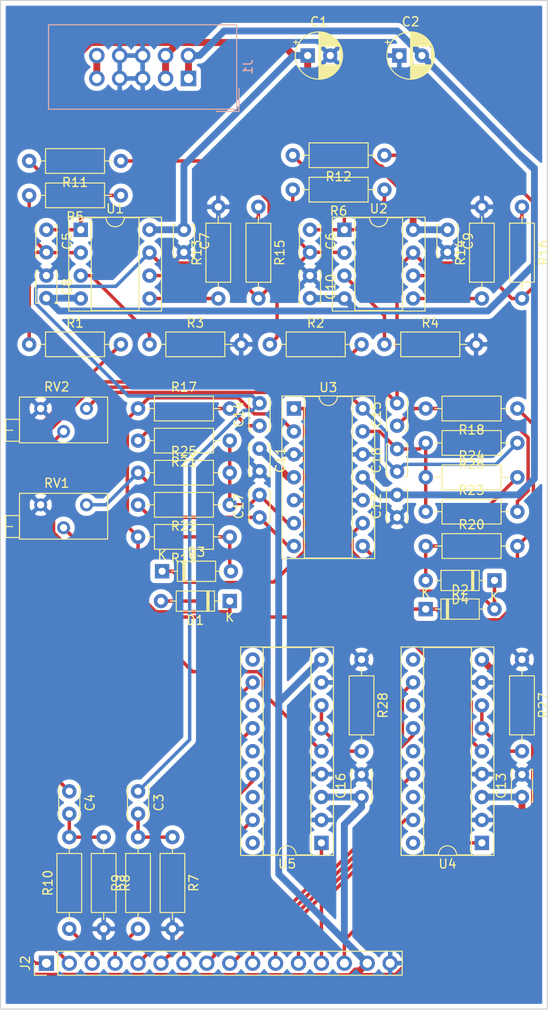
<source format=kicad_pcb>
(kicad_pcb (version 20171130) (host pcbnew 5.1.5-52549c5~84~ubuntu19.04.1)
  (layers (0 F.Cu signal) (31 B.Cu signal) (34 B.Paste user) (35 F.Paste user) (36 B.SilkS user) (37 F.SilkS user) (38 B.Mask user) (39 F.Mask user) (44 Edge.Cuts user))
  (net 0 "")
  (net 1 GND)
  (net 2 +15V)
  (net 3 -15V)
  (net 4 "Net-(C3-Pad2)")
  (net 5 /LEFT_OUT)
  (net 6 "Net-(C4-Pad2)")
  (net 7 /RIGHT_OUT)
  (net 8 "Net-(C5-Pad2)")
  (net 9 "Net-(C5-Pad1)")
  (net 10 "Net-(C6-Pad2)")
  (net 11 "Net-(C6-Pad1)")
  (net 12 "Net-(C14-Pad1)")
  (net 13 "Net-(C15-Pad1)")
  (net 14 "Net-(C17-Pad2)")
  (net 15 "Net-(C17-Pad1)")
  (net 16 "Net-(C18-Pad2)")
  (net 17 "Net-(C18-Pad1)")
  (net 18 "Net-(D1-Pad2)")
  (net 19 "Net-(D1-Pad1)")
  (net 20 "Net-(D2-Pad2)")
  (net 21 "Net-(D2-Pad1)")
  (net 22 "Net-(D3-Pad2)")
  (net 23 "Net-(D4-Pad2)")
  (net 24 +5V)
  (net 25 /LED_L_1)
  (net 26 /LED_L_2)
  (net 27 /LED_L_3)
  (net 28 /LED_L_4)
  (net 29 /LED_L_5)
  (net 30 /LED_R_1)
  (net 31 /LED_R_2)
  (net 32 /LED_R_3)
  (net 33 /LED_R_4)
  (net 34 /LED_R_5)
  (net 35 /STEREO_L)
  (net 36 /STEREO_R)
  (net 37 /LEFT)
  (net 38 /RIGHT)
  (net 39 "Net-(R3-Pad1)")
  (net 40 "Net-(R4-Pad1)")
  (net 41 "Net-(R11-Pad1)")
  (net 42 "Net-(R12-Pad1)")
  (net 43 "Net-(R13-Pad1)")
  (net 44 "Net-(R14-Pad1)")
  (net 45 "Net-(R27-Pad2)")
  (net 46 "Net-(R28-Pad2)")
  (net 47 "Net-(RV1-Pad2)")
  (net 48 "Net-(RV2-Pad2)")
  (net 49 "Net-(U4-Pad18)")
  (net 50 "Net-(U4-Pad16)")
  (net 51 "Net-(U4-Pad14)")
  (net 52 "Net-(U4-Pad12)")
  (net 53 "Net-(U4-Pad10)")
  (net 54 "Net-(U5-Pad18)")
  (net 55 "Net-(U5-Pad16)")
  (net 56 "Net-(U5-Pad14)")
  (net 57 "Net-(U5-Pad12)")
  (net 58 "Net-(U5-Pad10)")
  (module Package_DIP:DIP-18_W7.62mm_Socket (layer F.Cu) (at 60.96 118.745 180)
    (fp_text reference U5 (at 3.81 -2.33) (layer F.SilkS))
    (fp_text value lm3916)
    (pad 18 thru_hole oval (at 7.62 0 180) (size 1.6 1.6) (drill 0.8) (layers *.Cu *.Mask) (net 54 "Net-(U5-Pad18)"))
    (pad 9 thru_hole oval (at 0 20.32 180) (size 1.6 1.6) (drill 0.8) (layers *.Cu *.Mask) (net 2 +15V))
    (pad 17 thru_hole oval (at 7.62 2.54 180) (size 1.6 1.6) (drill 0.8) (layers *.Cu *.Mask) (net 31 /LED_R_2))
    (pad 8 thru_hole oval (at 0 17.78 180) (size 1.6 1.6) (drill 0.8) (layers *.Cu *.Mask) (net 1 GND))
    (pad 16 thru_hole oval (at 7.62 5.08 180) (size 1.6 1.6) (drill 0.8) (layers *.Cu *.Mask) (net 55 "Net-(U5-Pad16)"))
    (pad 7 thru_hole oval (at 0 15.24 180) (size 1.6 1.6) (drill 0.8) (layers *.Cu *.Mask) (net 46 "Net-(R28-Pad2)"))
    (pad 15 thru_hole oval (at 7.62 7.62 180) (size 1.6 1.6) (drill 0.8) (layers *.Cu *.Mask) (net 32 /LED_R_3))
    (pad 6 thru_hole oval (at 0 12.7 180) (size 1.6 1.6) (drill 0.8) (layers *.Cu *.Mask) (net 46 "Net-(R28-Pad2)"))
    (pad 14 thru_hole oval (at 7.62 10.16 180) (size 1.6 1.6) (drill 0.8) (layers *.Cu *.Mask) (net 56 "Net-(U5-Pad14)"))
    (pad 5 thru_hole oval (at 0 10.16 180) (size 1.6 1.6) (drill 0.8) (layers *.Cu *.Mask) (net 48 "Net-(RV2-Pad2)"))
    (pad 13 thru_hole oval (at 7.62 12.7 180) (size 1.6 1.6) (drill 0.8) (layers *.Cu *.Mask) (net 33 /LED_R_4))
    (pad 4 thru_hole oval (at 0 7.62 180) (size 1.6 1.6) (drill 0.8) (layers *.Cu *.Mask) (net 1 GND))
    (pad 12 thru_hole oval (at 7.62 15.24 180) (size 1.6 1.6) (drill 0.8) (layers *.Cu *.Mask) (net 57 "Net-(U5-Pad12)"))
    (pad 3 thru_hole oval (at 0 5.08 180) (size 1.6 1.6) (drill 0.8) (layers *.Cu *.Mask) (net 2 +15V))
    (pad 11 thru_hole oval (at 7.62 17.78 180) (size 1.6 1.6) (drill 0.8) (layers *.Cu *.Mask) (net 34 /LED_R_5))
    (pad 2 thru_hole oval (at 0 2.54 180) (size 1.6 1.6) (drill 0.8) (layers *.Cu *.Mask) (net 1 GND))
    (pad 10 thru_hole oval (at 7.62 20.32 180) (size 1.6 1.6) (drill 0.8) (layers *.Cu *.Mask) (net 58 "Net-(U5-Pad10)"))
    (pad 1 thru_hole rect (at 0 0 180) (size 1.6 1.6) (drill 0.8) (layers *.Cu *.Mask) (net 30 /LED_R_1))
  )
  (module Package_DIP:DIP-18_W7.62mm_Socket (layer F.Cu) (at 78.74 118.745 180)
    (fp_text reference U4 (at 3.81 -2.33) (layer F.SilkS))
    (fp_text value lm3916)
    (pad 18 thru_hole oval (at 7.62 0 180) (size 1.6 1.6) (drill 0.8) (layers *.Cu *.Mask) (net 49 "Net-(U4-Pad18)"))
    (pad 9 thru_hole oval (at 0 20.32 180) (size 1.6 1.6) (drill 0.8) (layers *.Cu *.Mask) (net 2 +15V))
    (pad 17 thru_hole oval (at 7.62 2.54 180) (size 1.6 1.6) (drill 0.8) (layers *.Cu *.Mask) (net 26 /LED_L_2))
    (pad 8 thru_hole oval (at 0 17.78 180) (size 1.6 1.6) (drill 0.8) (layers *.Cu *.Mask) (net 1 GND))
    (pad 16 thru_hole oval (at 7.62 5.08 180) (size 1.6 1.6) (drill 0.8) (layers *.Cu *.Mask) (net 50 "Net-(U4-Pad16)"))
    (pad 7 thru_hole oval (at 0 15.24 180) (size 1.6 1.6) (drill 0.8) (layers *.Cu *.Mask) (net 45 "Net-(R27-Pad2)"))
    (pad 15 thru_hole oval (at 7.62 7.62 180) (size 1.6 1.6) (drill 0.8) (layers *.Cu *.Mask) (net 27 /LED_L_3))
    (pad 6 thru_hole oval (at 0 12.7 180) (size 1.6 1.6) (drill 0.8) (layers *.Cu *.Mask) (net 45 "Net-(R27-Pad2)"))
    (pad 14 thru_hole oval (at 7.62 10.16 180) (size 1.6 1.6) (drill 0.8) (layers *.Cu *.Mask) (net 51 "Net-(U4-Pad14)"))
    (pad 5 thru_hole oval (at 0 10.16 180) (size 1.6 1.6) (drill 0.8) (layers *.Cu *.Mask) (net 47 "Net-(RV1-Pad2)"))
    (pad 13 thru_hole oval (at 7.62 12.7 180) (size 1.6 1.6) (drill 0.8) (layers *.Cu *.Mask) (net 28 /LED_L_4))
    (pad 4 thru_hole oval (at 0 7.62 180) (size 1.6 1.6) (drill 0.8) (layers *.Cu *.Mask) (net 1 GND))
    (pad 12 thru_hole oval (at 7.62 15.24 180) (size 1.6 1.6) (drill 0.8) (layers *.Cu *.Mask) (net 52 "Net-(U4-Pad12)"))
    (pad 3 thru_hole oval (at 0 5.08 180) (size 1.6 1.6) (drill 0.8) (layers *.Cu *.Mask) (net 2 +15V))
    (pad 11 thru_hole oval (at 7.62 17.78 180) (size 1.6 1.6) (drill 0.8) (layers *.Cu *.Mask) (net 29 /LED_L_5))
    (pad 2 thru_hole oval (at 0 2.54 180) (size 1.6 1.6) (drill 0.8) (layers *.Cu *.Mask) (net 1 GND))
    (pad 10 thru_hole oval (at 7.62 20.32 180) (size 1.6 1.6) (drill 0.8) (layers *.Cu *.Mask) (net 53 "Net-(U4-Pad10)"))
    (pad 1 thru_hole rect (at 0 0 180) (size 1.6 1.6) (drill 0.8) (layers *.Cu *.Mask) (net 25 /LED_L_1))
  )
  (module Package_DIP:DIP-14_W7.62mm_Socket (layer F.Cu) (at 57.912 70.612)
    (fp_text reference U3 (at 3.81 -2.33) (layer F.SilkS))
    (fp_text value TL074)
    (pad 14 thru_hole oval (at 7.62 0) (size 1.6 1.6) (drill 0.8) (layers *.Cu *.Mask) (net 17 "Net-(C18-Pad1)"))
    (pad 7 thru_hole oval (at 0 15.24) (size 1.6 1.6) (drill 0.8) (layers *.Cu *.Mask) (net 15 "Net-(C17-Pad1)"))
    (pad 13 thru_hole oval (at 7.62 2.54) (size 1.6 1.6) (drill 0.8) (layers *.Cu *.Mask) (net 16 "Net-(C18-Pad2)"))
    (pad 6 thru_hole oval (at 0 12.7) (size 1.6 1.6) (drill 0.8) (layers *.Cu *.Mask) (net 14 "Net-(C17-Pad2)"))
    (pad 12 thru_hole oval (at 7.62 5.08) (size 1.6 1.6) (drill 0.8) (layers *.Cu *.Mask) (net 1 GND))
    (pad 5 thru_hole oval (at 0 10.16) (size 1.6 1.6) (drill 0.8) (layers *.Cu *.Mask) (net 1 GND))
    (pad 11 thru_hole oval (at 7.62 7.62) (size 1.6 1.6) (drill 0.8) (layers *.Cu *.Mask) (net 3 -15V))
    (pad 4 thru_hole oval (at 0 7.62) (size 1.6 1.6) (drill 0.8) (layers *.Cu *.Mask) (net 2 +15V))
    (pad 10 thru_hole oval (at 7.62 10.16) (size 1.6 1.6) (drill 0.8) (layers *.Cu *.Mask) (net 1 GND))
    (pad 3 thru_hole oval (at 0 5.08) (size 1.6 1.6) (drill 0.8) (layers *.Cu *.Mask) (net 1 GND))
    (pad 9 thru_hole oval (at 7.62 12.7) (size 1.6 1.6) (drill 0.8) (layers *.Cu *.Mask) (net 21 "Net-(D2-Pad1)"))
    (pad 2 thru_hole oval (at 0 2.54) (size 1.6 1.6) (drill 0.8) (layers *.Cu *.Mask) (net 19 "Net-(D1-Pad1)"))
    (pad 8 thru_hole oval (at 7.62 15.24) (size 1.6 1.6) (drill 0.8) (layers *.Cu *.Mask) (net 20 "Net-(D2-Pad2)"))
    (pad 1 thru_hole rect (at 0 0) (size 1.6 1.6) (drill 0.8) (layers *.Cu *.Mask) (net 18 "Net-(D1-Pad2)"))
  )
  (module Package_DIP:DIP-8_W7.62mm_Socket (layer F.Cu) (at 63.5 50.8)
    (fp_text reference U2 (at 3.81 -2.33) (layer F.SilkS))
    (fp_text value NE5532)
    (pad 8 thru_hole oval (at 7.62 0) (size 1.6 1.6) (drill 0.8) (layers *.Cu *.Mask) (net 2 +15V))
    (pad 4 thru_hole oval (at 0 7.62) (size 1.6 1.6) (drill 0.8) (layers *.Cu *.Mask) (net 3 -15V))
    (pad 7 thru_hole oval (at 7.62 2.54) (size 1.6 1.6) (drill 0.8) (layers *.Cu *.Mask) (net 7 /RIGHT_OUT))
    (pad 3 thru_hole oval (at 0 5.08) (size 1.6 1.6) (drill 0.8) (layers *.Cu *.Mask) (net 40 "Net-(R4-Pad1)"))
    (pad 6 thru_hole oval (at 7.62 5.08) (size 1.6 1.6) (drill 0.8) (layers *.Cu *.Mask) (net 42 "Net-(R12-Pad1)"))
    (pad 2 thru_hole oval (at 0 2.54) (size 1.6 1.6) (drill 0.8) (layers *.Cu *.Mask) (net 10 "Net-(C6-Pad2)"))
    (pad 5 thru_hole oval (at 7.62 7.62) (size 1.6 1.6) (drill 0.8) (layers *.Cu *.Mask) (net 44 "Net-(R14-Pad1)"))
    (pad 1 thru_hole rect (at 0 0) (size 1.6 1.6) (drill 0.8) (layers *.Cu *.Mask) (net 11 "Net-(C6-Pad1)"))
  )
  (module Package_DIP:DIP-8_W7.62mm_Socket (layer F.Cu) (at 34.29 50.8)
    (fp_text reference U1 (at 3.81 -2.33) (layer F.SilkS))
    (fp_text value NE5532)
    (pad 8 thru_hole oval (at 7.62 0) (size 1.6 1.6) (drill 0.8) (layers *.Cu *.Mask) (net 2 +15V))
    (pad 4 thru_hole oval (at 0 7.62) (size 1.6 1.6) (drill 0.8) (layers *.Cu *.Mask) (net 3 -15V))
    (pad 7 thru_hole oval (at 7.62 2.54) (size 1.6 1.6) (drill 0.8) (layers *.Cu *.Mask) (net 5 /LEFT_OUT))
    (pad 3 thru_hole oval (at 0 5.08) (size 1.6 1.6) (drill 0.8) (layers *.Cu *.Mask) (net 39 "Net-(R3-Pad1)"))
    (pad 6 thru_hole oval (at 7.62 5.08) (size 1.6 1.6) (drill 0.8) (layers *.Cu *.Mask) (net 41 "Net-(R11-Pad1)"))
    (pad 2 thru_hole oval (at 0 2.54) (size 1.6 1.6) (drill 0.8) (layers *.Cu *.Mask) (net 8 "Net-(C5-Pad2)"))
    (pad 5 thru_hole oval (at 7.62 7.62) (size 1.6 1.6) (drill 0.8) (layers *.Cu *.Mask) (net 43 "Net-(R13-Pad1)"))
    (pad 1 thru_hole rect (at 0 0) (size 1.6 1.6) (drill 0.8) (layers *.Cu *.Mask) (net 9 "Net-(C5-Pad1)"))
  )
  (module Potentiometer_THT:Potentiometer_Bourns_3296Z_Horizontal (layer F.Cu) (at 34.925 70.612)
    (fp_text reference RV2 (at -3.3 -2.4) (layer F.SilkS))
    (fp_text value R_POT_TRIM)
    (pad 3 thru_hole circle (at -5.08 0) (size 1.44 1.44) (drill 0.8) (layers *.Cu *.Mask) (net 1 GND))
    (pad 2 thru_hole circle (at -2.54 2.54) (size 1.44 1.44) (drill 0.8) (layers *.Cu *.Mask) (net 48 "Net-(RV2-Pad2)"))
    (pad 1 thru_hole circle (at 0 0) (size 1.44 1.44) (drill 0.8) (layers *.Cu *.Mask) (net 17 "Net-(C18-Pad1)"))
  )
  (module Potentiometer_THT:Potentiometer_Bourns_3296Z_Horizontal (layer F.Cu) (at 34.925 81.28)
    (fp_text reference RV1 (at -3.3 -2.4) (layer F.SilkS))
    (fp_text value R_POT_TRIM)
    (pad 3 thru_hole circle (at -5.08 0) (size 1.44 1.44) (drill 0.8) (layers *.Cu *.Mask) (net 1 GND))
    (pad 2 thru_hole circle (at -2.54 2.54) (size 1.44 1.44) (drill 0.8) (layers *.Cu *.Mask) (net 47 "Net-(RV1-Pad2)"))
    (pad 1 thru_hole circle (at 0 0) (size 1.44 1.44) (drill 0.8) (layers *.Cu *.Mask) (net 15 "Net-(C17-Pad1)"))
  )
  (module Resistor_THT:R_Axial_DIN0207_L6.3mm_D2.5mm_P10.16mm_Horizontal (layer F.Cu) (at 65.405 98.425 270)
    (fp_text reference R28 (at 5.08 -2.37 90) (layer F.SilkS))
    (fp_text value 3k3)
    (pad 2 thru_hole oval (at 10.16 0 270) (size 1.6 1.6) (drill 0.8) (layers *.Cu *.Mask) (net 46 "Net-(R28-Pad2)"))
    (pad 1 thru_hole circle (at 0 0 270) (size 1.6 1.6) (drill 0.8) (layers *.Cu *.Mask) (net 1 GND))
  )
  (module Resistor_THT:R_Axial_DIN0207_L6.3mm_D2.5mm_P10.16mm_Horizontal (layer F.Cu) (at 83.185 98.425 270)
    (fp_text reference R27 (at 5.08 -2.37 90) (layer F.SilkS))
    (fp_text value 3k3)
    (pad 2 thru_hole oval (at 10.16 0 270) (size 1.6 1.6) (drill 0.8) (layers *.Cu *.Mask) (net 45 "Net-(R27-Pad2)"))
    (pad 1 thru_hole circle (at 0 0 270) (size 1.6 1.6) (drill 0.8) (layers *.Cu *.Mask) (net 1 GND))
  )
  (module Resistor_THT:R_Axial_DIN0207_L6.3mm_D2.5mm_P10.16mm_Horizontal (layer F.Cu) (at 82.677 74.422 180)
    (fp_text reference R26 (at 5.08 -2.37) (layer F.SilkS))
    (fp_text value 100k)
    (pad 2 thru_hole oval (at 10.16 0 180) (size 1.6 1.6) (drill 0.8) (layers *.Cu *.Mask) (net 16 "Net-(C18-Pad2)"))
    (pad 1 thru_hole circle (at 0 0 180) (size 1.6 1.6) (drill 0.8) (layers *.Cu *.Mask) (net 17 "Net-(C18-Pad1)"))
  )
  (module Resistor_THT:R_Axial_DIN0207_L6.3mm_D2.5mm_P10.16mm_Horizontal (layer F.Cu) (at 40.64 77.724)
    (fp_text reference R25 (at 5.08 -2.37) (layer F.SilkS))
    (fp_text value 100k)
    (pad 2 thru_hole oval (at 10.16 0) (size 1.6 1.6) (drill 0.8) (layers *.Cu *.Mask) (net 14 "Net-(C17-Pad2)"))
    (pad 1 thru_hole circle (at 0 0) (size 1.6 1.6) (drill 0.8) (layers *.Cu *.Mask) (net 15 "Net-(C17-Pad1)"))
  )
  (module Resistor_THT:R_Axial_DIN0207_L6.3mm_D2.5mm_P10.16mm_Horizontal (layer F.Cu) (at 72.517 78.232)
    (fp_text reference R24 (at 5.08 -2.37) (layer F.SilkS))
    (fp_text value 47k)
    (pad 2 thru_hole oval (at 10.16 0) (size 1.6 1.6) (drill 0.8) (layers *.Cu *.Mask) (net 23 "Net-(D4-Pad2)"))
    (pad 1 thru_hole circle (at 0 0) (size 1.6 1.6) (drill 0.8) (layers *.Cu *.Mask) (net 16 "Net-(C18-Pad2)"))
  )
  (module Resistor_THT:R_Axial_DIN0207_L6.3mm_D2.5mm_P10.16mm_Horizontal (layer F.Cu) (at 72.517 82.042)
    (fp_text reference R23 (at 5.08 -2.37) (layer F.SilkS))
    (fp_text value 100k)
    (pad 2 thru_hole oval (at 10.16 0) (size 1.6 1.6) (drill 0.8) (layers *.Cu *.Mask) (net 13 "Net-(C15-Pad1)"))
    (pad 1 thru_hole circle (at 0 0) (size 1.6 1.6) (drill 0.8) (layers *.Cu *.Mask) (net 16 "Net-(C18-Pad2)"))
  )
  (module Resistor_THT:R_Axial_DIN0207_L6.3mm_D2.5mm_P10.16mm_Horizontal (layer F.Cu) (at 50.8 81.28 180)
    (fp_text reference R22 (at 5.08 -2.37) (layer F.SilkS))
    (fp_text value 47k)
    (pad 2 thru_hole oval (at 10.16 0 180) (size 1.6 1.6) (drill 0.8) (layers *.Cu *.Mask) (net 22 "Net-(D3-Pad2)"))
    (pad 1 thru_hole circle (at 0 0 180) (size 1.6 1.6) (drill 0.8) (layers *.Cu *.Mask) (net 14 "Net-(C17-Pad2)"))
  )
  (module Resistor_THT:R_Axial_DIN0207_L6.3mm_D2.5mm_P10.16mm_Horizontal (layer F.Cu) (at 50.8 74.168 180)
    (fp_text reference R21 (at 5.08 -2.37) (layer F.SilkS))
    (fp_text value 100k)
    (pad 2 thru_hole oval (at 10.16 0 180) (size 1.6 1.6) (drill 0.8) (layers *.Cu *.Mask) (net 12 "Net-(C14-Pad1)"))
    (pad 1 thru_hole circle (at 0 0 180) (size 1.6 1.6) (drill 0.8) (layers *.Cu *.Mask) (net 14 "Net-(C17-Pad2)"))
  )
  (module Resistor_THT:R_Axial_DIN0207_L6.3mm_D2.5mm_P10.16mm_Horizontal (layer F.Cu) (at 72.517 85.852)
    (fp_text reference R20 (at 5.08 -2.37) (layer F.SilkS))
    (fp_text value 47k)
    (pad 2 thru_hole oval (at 10.16 0) (size 1.6 1.6) (drill 0.8) (layers *.Cu *.Mask) (net 21 "Net-(D2-Pad1)"))
    (pad 1 thru_hole circle (at 0 0) (size 1.6 1.6) (drill 0.8) (layers *.Cu *.Mask) (net 23 "Net-(D4-Pad2)"))
  )
  (module Resistor_THT:R_Axial_DIN0207_L6.3mm_D2.5mm_P10.16mm_Horizontal (layer F.Cu) (at 50.8 84.836 180)
    (fp_text reference R19 (at 5.08 -2.37) (layer F.SilkS))
    (fp_text value 47k)
    (pad 2 thru_hole oval (at 10.16 0 180) (size 1.6 1.6) (drill 0.8) (layers *.Cu *.Mask) (net 19 "Net-(D1-Pad1)"))
    (pad 1 thru_hole circle (at 0 0 180) (size 1.6 1.6) (drill 0.8) (layers *.Cu *.Mask) (net 22 "Net-(D3-Pad2)"))
  )
  (module Resistor_THT:R_Axial_DIN0207_L6.3mm_D2.5mm_P10.16mm_Horizontal (layer F.Cu) (at 82.677 70.612 180)
    (fp_text reference R18 (at 5.08 -2.37) (layer F.SilkS))
    (fp_text value 47k)
    (pad 2 thru_hole oval (at 10.16 0 180) (size 1.6 1.6) (drill 0.8) (layers *.Cu *.Mask) (net 13 "Net-(C15-Pad1)"))
    (pad 1 thru_hole circle (at 0 0 180) (size 1.6 1.6) (drill 0.8) (layers *.Cu *.Mask) (net 21 "Net-(D2-Pad1)"))
  )
  (module Resistor_THT:R_Axial_DIN0207_L6.3mm_D2.5mm_P10.16mm_Horizontal (layer F.Cu) (at 40.64 70.612)
    (fp_text reference R17 (at 5.08 -2.37) (layer F.SilkS))
    (fp_text value 47k)
    (pad 2 thru_hole oval (at 10.16 0) (size 1.6 1.6) (drill 0.8) (layers *.Cu *.Mask) (net 12 "Net-(C14-Pad1)"))
    (pad 1 thru_hole circle (at 0 0) (size 1.6 1.6) (drill 0.8) (layers *.Cu *.Mask) (net 19 "Net-(D1-Pad1)"))
  )
  (module Resistor_THT:R_Axial_DIN0207_L6.3mm_D2.5mm_P10.16mm_Horizontal (layer F.Cu) (at 83.185 48.26 270)
    (fp_text reference R16 (at 5.08 -2.37 90) (layer F.SilkS))
    (fp_text value 100k)
    (pad 2 thru_hole oval (at 10.16 0 270) (size 1.6 1.6) (drill 0.8) (layers *.Cu *.Mask) (net 42 "Net-(R12-Pad1)"))
    (pad 1 thru_hole circle (at 0 0 270) (size 1.6 1.6) (drill 0.8) (layers *.Cu *.Mask) (net 7 /RIGHT_OUT))
  )
  (module Resistor_THT:R_Axial_DIN0207_L6.3mm_D2.5mm_P10.16mm_Horizontal (layer F.Cu) (at 53.975 48.26 270)
    (fp_text reference R15 (at 5.08 -2.37 90) (layer F.SilkS))
    (fp_text value 100k)
    (pad 2 thru_hole oval (at 10.16 0 270) (size 1.6 1.6) (drill 0.8) (layers *.Cu *.Mask) (net 41 "Net-(R11-Pad1)"))
    (pad 1 thru_hole circle (at 0 0 270) (size 1.6 1.6) (drill 0.8) (layers *.Cu *.Mask) (net 5 /LEFT_OUT))
  )
  (module Resistor_THT:R_Axial_DIN0207_L6.3mm_D2.5mm_P10.16mm_Horizontal (layer F.Cu) (at 78.74 58.42 90)
    (fp_text reference R14 (at 5.08 -2.37 90) (layer F.SilkS))
    (fp_text value 5k)
    (pad 2 thru_hole oval (at 10.16 0 90) (size 1.6 1.6) (drill 0.8) (layers *.Cu *.Mask) (net 1 GND))
    (pad 1 thru_hole circle (at 0 0 90) (size 1.6 1.6) (drill 0.8) (layers *.Cu *.Mask) (net 44 "Net-(R14-Pad1)"))
  )
  (module Resistor_THT:R_Axial_DIN0207_L6.3mm_D2.5mm_P10.16mm_Horizontal (layer F.Cu) (at 49.53 58.42 90)
    (fp_text reference R13 (at 5.08 -2.37 90) (layer F.SilkS))
    (fp_text value 5k)
    (pad 2 thru_hole oval (at 10.16 0 90) (size 1.6 1.6) (drill 0.8) (layers *.Cu *.Mask) (net 1 GND))
    (pad 1 thru_hole circle (at 0 0 90) (size 1.6 1.6) (drill 0.8) (layers *.Cu *.Mask) (net 43 "Net-(R13-Pad1)"))
  )
  (module Resistor_THT:R_Axial_DIN0207_L6.3mm_D2.5mm_P10.16mm_Horizontal (layer F.Cu) (at 67.945 42.545 180)
    (fp_text reference R12 (at 5.08 -2.37) (layer F.SilkS))
    (fp_text value 100k)
    (pad 2 thru_hole oval (at 10.16 0 180) (size 1.6 1.6) (drill 0.8) (layers *.Cu *.Mask) (net 11 "Net-(C6-Pad1)"))
    (pad 1 thru_hole circle (at 0 0 180) (size 1.6 1.6) (drill 0.8) (layers *.Cu *.Mask) (net 42 "Net-(R12-Pad1)"))
  )
  (module Resistor_THT:R_Axial_DIN0207_L6.3mm_D2.5mm_P10.16mm_Horizontal (layer F.Cu) (at 38.735 43.18 180)
    (fp_text reference R11 (at 5.08 -2.37) (layer F.SilkS))
    (fp_text value 100k)
    (pad 2 thru_hole oval (at 10.16 0 180) (size 1.6 1.6) (drill 0.8) (layers *.Cu *.Mask) (net 9 "Net-(C5-Pad1)"))
    (pad 1 thru_hole circle (at 0 0 180) (size 1.6 1.6) (drill 0.8) (layers *.Cu *.Mask) (net 41 "Net-(R11-Pad1)"))
  )
  (module Resistor_THT:R_Axial_DIN0207_L6.3mm_D2.5mm_P10.16mm_Horizontal (layer F.Cu) (at 33.02 128.27 90)
    (fp_text reference R10 (at 5.08 -2.37 90) (layer F.SilkS))
    (fp_text value 1k)
    (pad 2 thru_hole oval (at 10.16 0 90) (size 1.6 1.6) (drill 0.8) (layers *.Cu *.Mask) (net 6 "Net-(C4-Pad2)"))
    (pad 1 thru_hole circle (at 0 0 90) (size 1.6 1.6) (drill 0.8) (layers *.Cu *.Mask) (net 36 /STEREO_R))
  )
  (module Resistor_THT:R_Axial_DIN0207_L6.3mm_D2.5mm_P10.16mm_Horizontal (layer F.Cu) (at 40.64 128.27 90)
    (fp_text reference R9 (at 5.08 -2.37 90) (layer F.SilkS))
    (fp_text value 1k)
    (pad 2 thru_hole oval (at 10.16 0 90) (size 1.6 1.6) (drill 0.8) (layers *.Cu *.Mask) (net 4 "Net-(C3-Pad2)"))
    (pad 1 thru_hole circle (at 0 0 90) (size 1.6 1.6) (drill 0.8) (layers *.Cu *.Mask) (net 35 /STEREO_L))
  )
  (module Resistor_THT:R_Axial_DIN0207_L6.3mm_D2.5mm_P10.16mm_Horizontal (layer F.Cu) (at 36.83 118.11 270)
    (fp_text reference R8 (at 5.08 -2.37 90) (layer F.SilkS))
    (fp_text value 5k)
    (pad 2 thru_hole oval (at 10.16 0 270) (size 1.6 1.6) (drill 0.8) (layers *.Cu *.Mask) (net 1 GND))
    (pad 1 thru_hole circle (at 0 0 270) (size 1.6 1.6) (drill 0.8) (layers *.Cu *.Mask) (net 6 "Net-(C4-Pad2)"))
  )
  (module Resistor_THT:R_Axial_DIN0207_L6.3mm_D2.5mm_P10.16mm_Horizontal (layer F.Cu) (at 44.45 118.11 270)
    (fp_text reference R7 (at 5.08 -2.37 90) (layer F.SilkS))
    (fp_text value 5k)
    (pad 2 thru_hole oval (at 10.16 0 270) (size 1.6 1.6) (drill 0.8) (layers *.Cu *.Mask) (net 1 GND))
    (pad 1 thru_hole circle (at 0 0 270) (size 1.6 1.6) (drill 0.8) (layers *.Cu *.Mask) (net 4 "Net-(C3-Pad2)"))
  )
  (module Resistor_THT:R_Axial_DIN0207_L6.3mm_D2.5mm_P10.16mm_Horizontal (layer F.Cu) (at 67.945 46.355 180)
    (fp_text reference R6 (at 5.08 -2.37) (layer F.SilkS))
    (fp_text value 10k)
    (pad 2 thru_hole oval (at 10.16 0 180) (size 1.6 1.6) (drill 0.8) (layers *.Cu *.Mask) (net 10 "Net-(C6-Pad2)"))
    (pad 1 thru_hole circle (at 0 0 180) (size 1.6 1.6) (drill 0.8) (layers *.Cu *.Mask) (net 11 "Net-(C6-Pad1)"))
  )
  (module Resistor_THT:R_Axial_DIN0207_L6.3mm_D2.5mm_P10.16mm_Horizontal (layer F.Cu) (at 38.735 46.99 180)
    (fp_text reference R5 (at 5.08 -2.37) (layer F.SilkS))
    (fp_text value 10k)
    (pad 2 thru_hole oval (at 10.16 0 180) (size 1.6 1.6) (drill 0.8) (layers *.Cu *.Mask) (net 8 "Net-(C5-Pad2)"))
    (pad 1 thru_hole circle (at 0 0 180) (size 1.6 1.6) (drill 0.8) (layers *.Cu *.Mask) (net 9 "Net-(C5-Pad1)"))
  )
  (module Resistor_THT:R_Axial_DIN0207_L6.3mm_D2.5mm_P10.16mm_Horizontal (layer F.Cu) (at 67.945 63.5)
    (fp_text reference R4 (at 5.08 -2.37) (layer F.SilkS))
    (fp_text value 5k)
    (pad 2 thru_hole oval (at 10.16 0) (size 1.6 1.6) (drill 0.8) (layers *.Cu *.Mask) (net 1 GND))
    (pad 1 thru_hole circle (at 0 0) (size 1.6 1.6) (drill 0.8) (layers *.Cu *.Mask) (net 40 "Net-(R4-Pad1)"))
  )
  (module Resistor_THT:R_Axial_DIN0207_L6.3mm_D2.5mm_P10.16mm_Horizontal (layer F.Cu) (at 41.91 63.5)
    (fp_text reference R3 (at 5.08 -2.37) (layer F.SilkS))
    (fp_text value 5k)
    (pad 2 thru_hole oval (at 10.16 0) (size 1.6 1.6) (drill 0.8) (layers *.Cu *.Mask) (net 1 GND))
    (pad 1 thru_hole circle (at 0 0) (size 1.6 1.6) (drill 0.8) (layers *.Cu *.Mask) (net 39 "Net-(R3-Pad1)"))
  )
  (module Resistor_THT:R_Axial_DIN0207_L6.3mm_D2.5mm_P10.16mm_Horizontal (layer F.Cu) (at 55.245 63.5)
    (fp_text reference R2 (at 5.08 -2.37) (layer F.SilkS))
    (fp_text value 100)
    (pad 2 thru_hole oval (at 10.16 0) (size 1.6 1.6) (drill 0.8) (layers *.Cu *.Mask) (net 38 /RIGHT))
    (pad 1 thru_hole circle (at 0 0) (size 1.6 1.6) (drill 0.8) (layers *.Cu *.Mask) (net 10 "Net-(C6-Pad2)"))
  )
  (module Resistor_THT:R_Axial_DIN0207_L6.3mm_D2.5mm_P10.16mm_Horizontal (layer F.Cu) (at 28.575 63.5)
    (fp_text reference R1 (at 5.08 -2.37) (layer F.SilkS))
    (fp_text value 100)
    (pad 2 thru_hole oval (at 10.16 0) (size 1.6 1.6) (drill 0.8) (layers *.Cu *.Mask) (net 37 /LEFT))
    (pad 1 thru_hole circle (at 0 0) (size 1.6 1.6) (drill 0.8) (layers *.Cu *.Mask) (net 8 "Net-(C5-Pad2)"))
  )
  (module Connector_PinHeader_2.54mm:PinHeader_1x16_P2.54mm_Vertical (layer F.Cu) (at 30.48 132.08 90)
    (fp_text reference J2 (at 0 -2.33 90) (layer F.SilkS))
    (fp_text value Conn_01x16_Male)
    (pad 16 thru_hole oval (at 0 38.1 90) (size 1.7 1.7) (drill 1) (layers *.Cu *.Mask) (net 1 GND))
    (pad 15 thru_hole oval (at 0 35.56 90) (size 1.7 1.7) (drill 1) (layers *.Cu *.Mask) (net 2 +15V))
    (pad 14 thru_hole oval (at 0 33.02 90) (size 1.7 1.7) (drill 1) (layers *.Cu *.Mask) (net 25 /LED_L_1))
    (pad 13 thru_hole oval (at 0 30.48 90) (size 1.7 1.7) (drill 1) (layers *.Cu *.Mask) (net 26 /LED_L_2))
    (pad 12 thru_hole oval (at 0 27.94 90) (size 1.7 1.7) (drill 1) (layers *.Cu *.Mask) (net 27 /LED_L_3))
    (pad 11 thru_hole oval (at 0 25.4 90) (size 1.7 1.7) (drill 1) (layers *.Cu *.Mask) (net 28 /LED_L_4))
    (pad 10 thru_hole oval (at 0 22.86 90) (size 1.7 1.7) (drill 1) (layers *.Cu *.Mask) (net 29 /LED_L_5))
    (pad 9 thru_hole oval (at 0 20.32 90) (size 1.7 1.7) (drill 1) (layers *.Cu *.Mask) (net 30 /LED_R_1))
    (pad 8 thru_hole oval (at 0 17.78 90) (size 1.7 1.7) (drill 1) (layers *.Cu *.Mask) (net 31 /LED_R_2))
    (pad 7 thru_hole oval (at 0 15.24 90) (size 1.7 1.7) (drill 1) (layers *.Cu *.Mask) (net 32 /LED_R_3))
    (pad 6 thru_hole oval (at 0 12.7 90) (size 1.7 1.7) (drill 1) (layers *.Cu *.Mask) (net 33 /LED_R_4))
    (pad 5 thru_hole oval (at 0 10.16 90) (size 1.7 1.7) (drill 1) (layers *.Cu *.Mask) (net 34 /LED_R_5))
    (pad 4 thru_hole oval (at 0 7.62 90) (size 1.7 1.7) (drill 1) (layers *.Cu *.Mask) (net 35 /STEREO_L))
    (pad 3 thru_hole oval (at 0 5.08 90) (size 1.7 1.7) (drill 1) (layers *.Cu *.Mask) (net 36 /STEREO_R))
    (pad 2 thru_hole oval (at 0 2.54 90) (size 1.7 1.7) (drill 1) (layers *.Cu *.Mask) (net 38 /RIGHT))
    (pad 1 thru_hole rect (at 0 0 90) (size 1.7 1.7) (drill 1) (layers *.Cu *.Mask) (net 37 /LEFT))
  )
  (module Connector_IDC:IDC-Header_2x05_P2.54mm_Vertical (layer B.Cu) (at 46.228 34.036 90)
    (fp_text reference J1 (at 1.27 6.604 270) (layer B.SilkS) (effects (justify mirror)))
    (fp_text value "IDC Header")
    (pad 10 thru_hole oval (at 2.54 -10.16 90) (size 1.7272 1.7272) (drill 1.016) (layers *.Cu *.Mask) (net 24 +5V))
    (pad 9 thru_hole oval (at 0 -10.16 90) (size 1.7272 1.7272) (drill 1.016) (layers *.Cu *.Mask) (net 24 +5V))
    (pad 8 thru_hole oval (at 2.54 -7.62 90) (size 1.7272 1.7272) (drill 1.016) (layers *.Cu *.Mask) (net 1 GND))
    (pad 7 thru_hole oval (at 0 -7.62 90) (size 1.7272 1.7272) (drill 1.016) (layers *.Cu *.Mask) (net 1 GND))
    (pad 6 thru_hole oval (at 2.54 -5.08 90) (size 1.7272 1.7272) (drill 1.016) (layers *.Cu *.Mask) (net 1 GND))
    (pad 5 thru_hole oval (at 0 -5.08 90) (size 1.7272 1.7272) (drill 1.016) (layers *.Cu *.Mask) (net 1 GND))
    (pad 4 thru_hole oval (at 2.54 -2.54 90) (size 1.7272 1.7272) (drill 1.016) (layers *.Cu *.Mask) (net 2 +15V))
    (pad 3 thru_hole oval (at 0 -2.54 90) (size 1.7272 1.7272) (drill 1.016) (layers *.Cu *.Mask) (net 2 +15V))
    (pad 2 thru_hole oval (at 2.54 0 90) (size 1.7272 1.7272) (drill 1.016) (layers *.Cu *.Mask) (net 3 -15V))
    (pad 1 thru_hole rect (at 0 0 90) (size 1.7272 1.7272) (drill 1.016) (layers *.Cu *.Mask) (net 3 -15V))
  )
  (module Diode_THT:D_DO-35_SOD27_P7.62mm_Horizontal (layer F.Cu) (at 80.137 89.662 180)
    (fp_text reference D4 (at 3.81 -2.12) (layer F.SilkS))
    (fp_text value 1N4148)
    (fp_text user K (at 0 -1.8) (layer F.SilkS))
    (pad 2 thru_hole oval (at 7.62 0 180) (size 1.6 1.6) (drill 0.8) (layers *.Cu *.Mask) (net 23 "Net-(D4-Pad2)"))
    (pad 1 thru_hole rect (at 0 0 180) (size 1.6 1.6) (drill 0.8) (layers *.Cu *.Mask) (net 20 "Net-(D2-Pad2)"))
  )
  (module Diode_THT:D_DO-35_SOD27_P7.62mm_Horizontal (layer F.Cu) (at 43.307 88.646)
    (fp_text reference D3 (at 3.81 -2.12) (layer F.SilkS))
    (fp_text value 1N4148)
    (fp_text user K (at 0 -1.8) (layer F.SilkS))
    (pad 2 thru_hole oval (at 7.62 0) (size 1.6 1.6) (drill 0.8) (layers *.Cu *.Mask) (net 22 "Net-(D3-Pad2)"))
    (pad 1 thru_hole rect (at 0 0) (size 1.6 1.6) (drill 0.8) (layers *.Cu *.Mask) (net 18 "Net-(D1-Pad2)"))
  )
  (module Diode_THT:D_DO-35_SOD27_P7.62mm_Horizontal (layer F.Cu) (at 72.517 92.837)
    (fp_text reference D2 (at 3.81 -2.12) (layer F.SilkS))
    (fp_text value 1N4148)
    (fp_text user K (at 0 -1.8) (layer F.SilkS))
    (pad 2 thru_hole oval (at 7.62 0) (size 1.6 1.6) (drill 0.8) (layers *.Cu *.Mask) (net 20 "Net-(D2-Pad2)"))
    (pad 1 thru_hole rect (at 0 0) (size 1.6 1.6) (drill 0.8) (layers *.Cu *.Mask) (net 21 "Net-(D2-Pad1)"))
  )
  (module Diode_THT:D_DO-35_SOD27_P7.62mm_Horizontal (layer F.Cu) (at 50.8 91.948 180)
    (fp_text reference D1 (at 3.81 -2.12) (layer F.SilkS))
    (fp_text value 1N4148)
    (fp_text user K (at 0 -1.8) (layer F.SilkS))
    (pad 2 thru_hole oval (at 7.62 0 180) (size 1.6 1.6) (drill 0.8) (layers *.Cu *.Mask) (net 18 "Net-(D1-Pad2)"))
    (pad 1 thru_hole rect (at 0 0 180) (size 1.6 1.6) (drill 0.8) (layers *.Cu *.Mask) (net 19 "Net-(D1-Pad1)"))
  )
  (module Capacitor_THT:C_Disc_D3.4mm_W2.1mm_P2.50mm (layer F.Cu) (at 69.342 77.597 90)
    (fp_text reference C18 (at 1.25 -2.3 90) (layer F.SilkS))
    (fp_text value 0.1u)
    (pad 2 thru_hole circle (at 2.5 0 90) (size 1.6 1.6) (drill 0.8) (layers *.Cu *.Mask) (net 16 "Net-(C18-Pad2)"))
    (pad 1 thru_hole circle (at 0 0 90) (size 1.6 1.6) (drill 0.8) (layers *.Cu *.Mask) (net 17 "Net-(C18-Pad1)"))
  )
  (module Capacitor_THT:C_Disc_D3.4mm_W2.1mm_P2.50mm (layer F.Cu) (at 54.102 82.677 90)
    (fp_text reference C17 (at 1.25 -2.3 90) (layer F.SilkS))
    (fp_text value 0.1u)
    (pad 2 thru_hole circle (at 2.5 0 90) (size 1.6 1.6) (drill 0.8) (layers *.Cu *.Mask) (net 14 "Net-(C17-Pad2)"))
    (pad 1 thru_hole circle (at 0 0 90) (size 1.6 1.6) (drill 0.8) (layers *.Cu *.Mask) (net 15 "Net-(C17-Pad1)"))
  )
  (module Capacitor_THT:C_Disc_D3.4mm_W2.1mm_P2.50mm (layer F.Cu) (at 65.405 113.665 90)
    (fp_text reference C16 (at 1.25 -2.3 90) (layer F.SilkS))
    (fp_text value 0.1u)
    (pad 2 thru_hole circle (at 2.5 0 90) (size 1.6 1.6) (drill 0.8) (layers *.Cu *.Mask) (net 1 GND))
    (pad 1 thru_hole circle (at 0 0 90) (size 1.6 1.6) (drill 0.8) (layers *.Cu *.Mask) (net 2 +15V))
  )
  (module Capacitor_THT:C_Disc_D3.4mm_W2.1mm_P2.50mm (layer F.Cu) (at 69.342 72.517 90)
    (fp_text reference C15 (at 1.25 -2.3 90) (layer F.SilkS))
    (fp_text value 0.47u)
    (pad 2 thru_hole circle (at 2.5 0 90) (size 1.6 1.6) (drill 0.8) (layers *.Cu *.Mask) (net 7 /RIGHT_OUT))
    (pad 1 thru_hole circle (at 0 0 90) (size 1.6 1.6) (drill 0.8) (layers *.Cu *.Mask) (net 13 "Net-(C15-Pad1)"))
  )
  (module Capacitor_THT:C_Disc_D3.4mm_W2.1mm_P2.50mm (layer F.Cu) (at 54.102 72.517 90)
    (fp_text reference C14 (at 1.25 -2.3 90) (layer F.SilkS))
    (fp_text value 0.47u)
    (pad 2 thru_hole circle (at 2.5 0 90) (size 1.6 1.6) (drill 0.8) (layers *.Cu *.Mask) (net 5 /LEFT_OUT))
    (pad 1 thru_hole circle (at 0 0 90) (size 1.6 1.6) (drill 0.8) (layers *.Cu *.Mask) (net 12 "Net-(C14-Pad1)"))
  )
  (module Capacitor_THT:C_Disc_D3.4mm_W2.1mm_P2.50mm (layer F.Cu) (at 83.185 113.665 90)
    (fp_text reference C13 (at 1.25 -2.3 90) (layer F.SilkS))
    (fp_text value 0.1u)
    (pad 2 thru_hole circle (at 2.5 0 90) (size 1.6 1.6) (drill 0.8) (layers *.Cu *.Mask) (net 1 GND))
    (pad 1 thru_hole circle (at 0 0 90) (size 1.6 1.6) (drill 0.8) (layers *.Cu *.Mask) (net 2 +15V))
  )
  (module Capacitor_THT:C_Disc_D3.4mm_W2.1mm_P2.50mm (layer F.Cu) (at 69.342 82.677 90)
    (fp_text reference C12 (at 1.25 -2.3 90) (layer F.SilkS))
    (fp_text value 0.1u)
    (pad 2 thru_hole circle (at 2.5 0 90) (size 1.6 1.6) (drill 0.8) (layers *.Cu *.Mask) (net 3 -15V))
    (pad 1 thru_hole circle (at 0 0 90) (size 1.6 1.6) (drill 0.8) (layers *.Cu *.Mask) (net 1 GND))
  )
  (module Capacitor_THT:C_Disc_D3.4mm_W2.1mm_P2.50mm (layer F.Cu) (at 54.102 75.057 270)
    (fp_text reference C11 (at 1.25 -2.3 90) (layer F.SilkS))
    (fp_text value 0.1u)
    (pad 2 thru_hole circle (at 2.5 0 270) (size 1.6 1.6) (drill 0.8) (layers *.Cu *.Mask) (net 1 GND))
    (pad 1 thru_hole circle (at 0 0 270) (size 1.6 1.6) (drill 0.8) (layers *.Cu *.Mask) (net 2 +15V))
  )
  (module Capacitor_THT:C_Disc_D3.4mm_W2.1mm_P2.50mm (layer F.Cu) (at 59.69 55.88 270)
    (fp_text reference C10 (at 1.25 -2.3 90) (layer F.SilkS))
    (fp_text value 0.1u)
    (pad 2 thru_hole circle (at 2.5 0 270) (size 1.6 1.6) (drill 0.8) (layers *.Cu *.Mask) (net 3 -15V))
    (pad 1 thru_hole circle (at 0 0 270) (size 1.6 1.6) (drill 0.8) (layers *.Cu *.Mask) (net 1 GND))
  )
  (module Capacitor_THT:C_Disc_D3.4mm_W2.1mm_P2.50mm (layer F.Cu) (at 74.93 50.8 270)
    (fp_text reference C9 (at 1.25 -2.3 90) (layer F.SilkS))
    (fp_text value 0.1u)
    (pad 2 thru_hole circle (at 2.5 0 270) (size 1.6 1.6) (drill 0.8) (layers *.Cu *.Mask) (net 1 GND))
    (pad 1 thru_hole circle (at 0 0 270) (size 1.6 1.6) (drill 0.8) (layers *.Cu *.Mask) (net 2 +15V))
  )
  (module Capacitor_THT:C_Disc_D3.4mm_W2.1mm_P2.50mm (layer F.Cu) (at 30.48 55.88 270)
    (fp_text reference C8 (at 1.25 -2.3 90) (layer F.SilkS))
    (fp_text value 0.1u)
    (pad 2 thru_hole circle (at 2.5 0 270) (size 1.6 1.6) (drill 0.8) (layers *.Cu *.Mask) (net 3 -15V))
    (pad 1 thru_hole circle (at 0 0 270) (size 1.6 1.6) (drill 0.8) (layers *.Cu *.Mask) (net 1 GND))
  )
  (module Capacitor_THT:C_Disc_D3.4mm_W2.1mm_P2.50mm (layer F.Cu) (at 45.72 50.8 270)
    (fp_text reference C7 (at 1.25 -2.3 90) (layer F.SilkS))
    (fp_text value 0.1u)
    (pad 2 thru_hole circle (at 2.5 0 270) (size 1.6 1.6) (drill 0.8) (layers *.Cu *.Mask) (net 1 GND))
    (pad 1 thru_hole circle (at 0 0 270) (size 1.6 1.6) (drill 0.8) (layers *.Cu *.Mask) (net 2 +15V))
  )
  (module Capacitor_THT:C_Disc_D3.4mm_W2.1mm_P2.50mm (layer F.Cu) (at 59.69 50.8 270)
    (fp_text reference C6 (at 1.25 -2.3 90) (layer F.SilkS))
    (fp_text value 47p)
    (pad 2 thru_hole circle (at 2.5 0 270) (size 1.6 1.6) (drill 0.8) (layers *.Cu *.Mask) (net 10 "Net-(C6-Pad2)"))
    (pad 1 thru_hole circle (at 0 0 270) (size 1.6 1.6) (drill 0.8) (layers *.Cu *.Mask) (net 11 "Net-(C6-Pad1)"))
  )
  (module Capacitor_THT:C_Disc_D3.4mm_W2.1mm_P2.50mm (layer F.Cu) (at 30.48 50.8 270)
    (fp_text reference C5 (at 1.25 -2.3 90) (layer F.SilkS))
    (fp_text value 47p)
    (pad 2 thru_hole circle (at 2.5 0 270) (size 1.6 1.6) (drill 0.8) (layers *.Cu *.Mask) (net 8 "Net-(C5-Pad2)"))
    (pad 1 thru_hole circle (at 0 0 270) (size 1.6 1.6) (drill 0.8) (layers *.Cu *.Mask) (net 9 "Net-(C5-Pad1)"))
  )
  (module Capacitor_THT:C_Disc_D3.4mm_W2.1mm_P2.50mm (layer F.Cu) (at 33.02 113.03 270)
    (fp_text reference C4 (at 1.25 -2.3 90) (layer F.SilkS))
    (fp_text value 4u7)
    (pad 2 thru_hole circle (at 2.5 0 270) (size 1.6 1.6) (drill 0.8) (layers *.Cu *.Mask) (net 6 "Net-(C4-Pad2)"))
    (pad 1 thru_hole circle (at 0 0 270) (size 1.6 1.6) (drill 0.8) (layers *.Cu *.Mask) (net 7 /RIGHT_OUT))
  )
  (module Capacitor_THT:C_Disc_D3.4mm_W2.1mm_P2.50mm (layer F.Cu) (at 40.64 113.03 270)
    (fp_text reference C3 (at 1.25 -2.3 90) (layer F.SilkS))
    (fp_text value 4u7)
    (pad 2 thru_hole circle (at 2.5 0 270) (size 1.6 1.6) (drill 0.8) (layers *.Cu *.Mask) (net 4 "Net-(C3-Pad2)"))
    (pad 1 thru_hole circle (at 0 0 270) (size 1.6 1.6) (drill 0.8) (layers *.Cu *.Mask) (net 5 /LEFT_OUT))
  )
  (module Capacitor_THT:CP_Radial_D5.0mm_P2.50mm (layer F.Cu) (at 69.596 31.496)
    (fp_text reference C2 (at 1.25 -3.75) (layer F.SilkS))
    (fp_text value 10u)
    (pad 2 thru_hole circle (at 2.5 0) (size 1.6 1.6) (drill 0.8) (layers *.Cu *.Mask) (net 3 -15V))
    (pad 1 thru_hole rect (at 0 0) (size 1.6 1.6) (drill 0.8) (layers *.Cu *.Mask) (net 1 GND))
  )
  (module Capacitor_THT:CP_Radial_D5.0mm_P2.50mm (layer F.Cu) (at 59.436 31.496)
    (fp_text reference C1 (at 1.25 -3.75) (layer F.SilkS))
    (fp_text value 10u)
    (pad 2 thru_hole circle (at 2.5 0) (size 1.6 1.6) (drill 0.8) (layers *.Cu *.Mask) (net 1 GND))
    (pad 1 thru_hole rect (at 0 0) (size 1.6 1.6) (drill 0.8) (layers *.Cu *.Mask) (net 2 +15V))
  )
  (gr_line (start 25.4 137.16) (end 25.4 25.4) (layer Edge.Cuts) (width 0.12))
  (gr_line (start 86 137.16) (end 25.4 137.16) (layer Edge.Cuts) (width 0.12))
  (gr_line (start 86 25.4) (end 86 137.16) (layer Edge.Cuts) (width 0.12))
  (gr_line (start 25.4 25.4) (end 86 25.4) (layer Edge.Cuts) (width 0.12))
  (segment (start 43.688 31.496) (end 43.688 34.036) (width 0.762) (layer F.Cu) (net 2))
  (segment (start 45.132601 30.051399) (end 44.551599 30.632401) (width 0.762) (layer F.Cu) (net 2))
  (segment (start 44.551599 30.632401) (end 43.688 31.496) (width 0.762) (layer F.Cu) (net 2))
  (segment (start 56.429399 30.051399) (end 45.132601 30.051399) (width 0.762) (layer F.Cu) (net 2))
  (segment (start 57.874 31.496) (end 56.429399 30.051399) (width 0.762) (layer F.Cu) (net 2))
  (segment (start 59.436 31.496) (end 57.874 31.496) (width 0.762) (layer F.Cu) (net 2))
  (segment (start 45.72 49.66863) (end 45.72 50.8) (width 0.762) (layer B.Cu) (net 2))
  (segment (start 45.72 43.65) (end 45.72 49.66863) (width 0.762) (layer B.Cu) (net 2))
  (segment (start 59.436 31.496) (end 57.874 31.496) (width 0.762) (layer B.Cu) (net 2))
  (segment (start 45.72 50.8) (end 41.91 50.8) (width 0.762) (layer B.Cu) (net 2))
  (segment (start 52.832 36.576) (end 45.72 43.65) (width 0.762) (layer B.Cu) (net 2))
  (segment (start 57.874 31.496) (end 52.832 36.576) (width 0.762) (layer B.Cu) (net 2))
  (segment (start 74.93 50.8) (end 71.12 50.8) (width 0.762) (layer B.Cu) (net 2))
  (segment (start 65.190001 131.230001) (end 66.04 132.08) (width 0.762) (layer B.Cu) (net 2))
  (segment (start 57.277 78.232) (end 54.102 75.057) (width 0.762) (layer F.Cu) (net 2))
  (segment (start 57.912 78.232) (end 57.277 78.232) (width 0.762) (layer F.Cu) (net 2))
  (segment (start 83.185 113.665) (end 78.74 113.665) (width 0.762) (layer B.Cu) (net 2))
  (segment (start 65.405 113.665) (end 60.96 113.665) (width 0.762) (layer B.Cu) (net 2))
  (segment (start 65.405 114.79637) (end 63.5 116.70137) (width 0.762) (layer B.Cu) (net 2))
  (segment (start 63.5 116.70137) (end 63.5 129.54) (width 0.762) (layer B.Cu) (net 2))
  (segment (start 65.405 113.665) (end 65.405 114.79637) (width 0.762) (layer B.Cu) (net 2))
  (segment (start 63.5 129.54) (end 65.190001 131.230001) (width 0.762) (layer B.Cu) (net 2))
  (segment (start 54.102 75.057) (end 56.23 77.185) (width 0.762) (layer B.Cu) (net 2))
  (segment (start 26.51 38.91599) (end 26.51 131.56) (width 0.762) (layer F.Cu) (net 2))
  (segment (start 35.374591 30.051399) (end 26.51 38.91599) (width 0.762) (layer F.Cu) (net 2))
  (segment (start 56.429399 30.051399) (end 35.374591 30.051399) (width 0.762) (layer F.Cu) (net 2))
  (segment (start 83.185 119.592882) (end 83.185 114.79637) (width 0.762) (layer F.Cu) (net 2))
  (segment (start 83.185 114.79637) (end 83.185 113.665) (width 0.762) (layer F.Cu) (net 2))
  (segment (start 26.51 131.56) (end 28.461001 133.511001) (width 0.762) (layer F.Cu) (net 2))
  (segment (start 64.127882 133.57) (end 63.95 133.57) (width 0.762) (layer F.Cu) (net 2))
  (segment (start 64.767883 132.929999) (end 64.127882 133.57) (width 0.762) (layer F.Cu) (net 2))
  (segment (start 65.190001 132.929999) (end 64.767883 132.929999) (width 0.762) (layer F.Cu) (net 2))
  (segment (start 66.04 132.08) (end 65.190001 132.929999) (width 0.762) (layer F.Cu) (net 2))
  (segment (start 63.95 133.57) (end 69.266881 133.511001) (width 0.762) (layer F.Cu) (net 2))
  (segment (start 28.461001 133.511001) (end 63.95 133.57) (width 0.762) (layer F.Cu) (net 2))
  (segment (start 79.539999 99.224999) (end 78.74 98.425) (width 0.762) (layer F.Cu) (net 2))
  (segment (start 84.566001 104.251001) (end 79.539999 99.224999) (width 0.762) (layer F.Cu) (net 2))
  (segment (start 84.566001 118.211881) (end 84.566001 104.251001) (width 0.762) (layer F.Cu) (net 2))
  (segment (start 82.363941 120.413941) (end 84.566001 118.211881) (width 0.762) (layer F.Cu) (net 2))
  (segment (start 82.363941 120.413941) (end 83.185 119.592882) (width 0.762) (layer F.Cu) (net 2))
  (segment (start 69.266881 133.511001) (end 82.363941 120.413941) (width 0.762) (layer F.Cu) (net 2))
  (segment (start 59.436 33.058) (end 59.436 31.496) (width 0.762) (layer F.Cu) (net 2))
  (segment (start 59.436 36.079882) (end 59.436 33.058) (width 0.762) (layer F.Cu) (net 2))
  (segment (start 67.282119 43.926001) (end 59.436 36.079882) (width 0.762) (layer F.Cu) (net 2))
  (segment (start 67.559883 43.926001) (end 67.282119 43.926001) (width 0.762) (layer F.Cu) (net 2))
  (segment (start 71.12 47.486118) (end 67.559883 43.926001) (width 0.762) (layer F.Cu) (net 2))
  (segment (start 71.12 50.8) (end 71.12 47.486118) (width 0.762) (layer F.Cu) (net 2))
  (segment (start 56.23 122.21) (end 58.17 124.15) (width 0.762) (layer B.Cu) (net 2))
  (segment (start 56.23 77.185) (end 56.23 100.95) (width 0.762) (layer B.Cu) (net 2))
  (segment (start 58.17 124.15) (end 63.5 129.54) (width 0.762) (layer B.Cu) (net 2))
  (segment (start 56.23 105.22) (end 56.23 103.155) (width 0.762) (layer B.Cu) (net 2))
  (segment (start 56.23 100.95) (end 56.23 105.22) (width 0.762) (layer B.Cu) (net 2))
  (segment (start 56.23 103.155) (end 60.96 98.425) (width 0.762) (layer B.Cu) (net 2))
  (segment (start 56.23 105.22) (end 56.23 122.21) (width 0.762) (layer B.Cu) (net 2))
  (segment (start 63.46 58.38) (end 63.5 58.42) (width 0.381) (layer F.Cu) (net 3))
  (segment (start 46.228 31.496) (end 46.228 34.036) (width 0.762) (layer F.Cu) (net 3))
  (segment (start 72.895999 32.295999) (end 72.096 31.496) (width 0.762) (layer B.Cu) (net 3))
  (segment (start 67.477 80.177) (end 65.532 78.232) (width 0.762) (layer B.Cu) (net 3))
  (segment (start 69.342 80.177) (end 67.477 80.177) (width 0.762) (layer B.Cu) (net 3))
  (segment (start 34.25 58.38) (end 34.29 58.42) (width 0.762) (layer B.Cu) (net 3))
  (segment (start 30.48 58.38) (end 34.25 58.38) (width 0.762) (layer B.Cu) (net 3))
  (segment (start 59.73 58.42) (end 59.69 58.38) (width 0.762) (layer B.Cu) (net 3))
  (segment (start 63.5 58.42) (end 59.73 58.42) (width 0.762) (layer B.Cu) (net 3))
  (segment (start 63.5 58.42) (end 64.881001 59.801001) (width 0.762) (layer B.Cu) (net 3))
  (segment (start 31.901001 59.801001) (end 30.48 58.38) (width 0.762) (layer B.Cu) (net 3))
  (segment (start 66.182999 59.801001) (end 31.901001 59.801001) (width 0.762) (layer B.Cu) (net 3))
  (segment (start 64.881001 59.801001) (end 66.182999 59.801001) (width 0.762) (layer B.Cu) (net 3))
  (segment (start 71.296001 30.696001) (end 72.096 31.496) (width 0.762) (layer B.Cu) (net 3))
  (segment (start 50.175314 28.77) (end 69.37 28.77) (width 0.762) (layer B.Cu) (net 3))
  (segment (start 46.228 31.496) (end 47.449314 31.496) (width 0.762) (layer B.Cu) (net 3))
  (segment (start 69.37 28.77) (end 71.296001 30.696001) (width 0.762) (layer B.Cu) (net 3))
  (segment (start 47.449314 31.496) (end 50.175314 28.77) (width 0.762) (layer B.Cu) (net 3))
  (segment (start 82.775882 80.177) (end 84.566001 78.386881) (width 0.762) (layer B.Cu) (net 3))
  (segment (start 84.566001 44.146001) (end 82.74 42.32) (width 0.762) (layer B.Cu) (net 3))
  (segment (start 77.073 80.177) (end 82.775882 80.177) (width 0.762) (layer B.Cu) (net 3))
  (segment (start 77.073 80.177) (end 78.688118 80.177) (width 0.762) (layer B.Cu) (net 3))
  (segment (start 84.566001 43.966001) (end 82.74 42.32) (width 0.762) (layer B.Cu) (net 3))
  (segment (start 82.74 42.32) (end 72.895999 32.295999) (width 0.762) (layer B.Cu) (net 3))
  (segment (start 69.342 80.177) (end 77.073 80.177) (width 0.762) (layer B.Cu) (net 3))
  (segment (start 79.402881 59.801001) (end 84.57 54.633882) (width 0.762) (layer B.Cu) (net 3))
  (segment (start 72.381001 59.801001) (end 74.310999 59.801001) (width 0.762) (layer B.Cu) (net 3))
  (segment (start 66.182999 59.801001) (end 72.381001 59.801001) (width 0.762) (layer B.Cu) (net 3))
  (segment (start 84.566001 78.386881) (end 84.57 52.43) (width 0.762) (layer B.Cu) (net 3))
  (segment (start 84.57 54.633882) (end 84.57 52.43) (width 0.762) (layer B.Cu) (net 3))
  (segment (start 72.381001 59.801001) (end 79.402881 59.801001) (width 0.762) (layer B.Cu) (net 3))
  (segment (start 84.57 52.43) (end 84.566001 44.146001) (width 0.762) (layer B.Cu) (net 3))
  (segment (start 40.64 118.11) (end 40.64 115.53) (width 0.381) (layer F.Cu) (net 4))
  (segment (start 44.45 118.11) (end 40.64 118.11) (width 0.381) (layer F.Cu) (net 4))
  (segment (start 42.709999 54.139999) (end 41.91 53.34) (width 0.381) (layer F.Cu) (net 5))
  (segment (start 43.060501 54.490501) (end 42.709999 54.139999) (width 0.381) (layer F.Cu) (net 5))
  (segment (start 48.875869 54.490501) (end 43.060501 54.490501) (width 0.381) (layer F.Cu) (net 5))
  (segment (start 53.975 49.39137) (end 48.875869 54.490501) (width 0.381) (layer F.Cu) (net 5))
  (segment (start 53.975 48.26) (end 53.975 49.39137) (width 0.381) (layer F.Cu) (net 5))
  (segment (start 53.302001 70.816999) (end 54.102 70.017) (width 0.381) (layer B.Cu) (net 5))
  (segment (start 52.389059 70.816999) (end 53.302001 70.816999) (width 0.381) (layer B.Cu) (net 5))
  (segment (start 46.36 76.846058) (end 52.389059 70.816999) (width 0.381) (layer B.Cu) (net 5))
  (segment (start 46.36 107.31) (end 46.36 76.846058) (width 0.381) (layer B.Cu) (net 5))
  (segment (start 40.64 113.03) (end 46.36 107.31) (width 0.381) (layer B.Cu) (net 5))
  (segment (start 41.110001 54.139999) (end 41.91 53.34) (width 0.381) (layer B.Cu) (net 5))
  (segment (start 38.179499 57.070501) (end 41.110001 54.139999) (width 0.381) (layer B.Cu) (net 5))
  (segment (start 29.539499 57.070501) (end 38.179499 57.070501) (width 0.381) (layer B.Cu) (net 5))
  (segment (start 29.289499 57.320501) (end 29.539499 57.070501) (width 0.381) (layer B.Cu) (net 5))
  (segment (start 29.289499 58.951441) (end 29.289499 57.320501) (width 0.381) (layer B.Cu) (net 5))
  (segment (start 53.302001 69.217001) (end 39.555059 69.217001) (width 0.381) (layer B.Cu) (net 5))
  (segment (start 39.555059 69.217001) (end 29.289499 58.951441) (width 0.381) (layer B.Cu) (net 5))
  (segment (start 54.102 70.017) (end 53.302001 69.217001) (width 0.381) (layer B.Cu) (net 5))
  (segment (start 33.02 118.11) (end 33.02 115.53) (width 0.381) (layer F.Cu) (net 6))
  (segment (start 33.02 118.11) (end 36.83 118.11) (width 0.381) (layer F.Cu) (net 6))
  (segment (start 71.919999 54.139999) (end 71.12 53.34) (width 0.381) (layer F.Cu) (net 7))
  (segment (start 78.085869 54.490501) (end 72.270501 54.490501) (width 0.381) (layer F.Cu) (net 7))
  (segment (start 72.270501 54.490501) (end 71.919999 54.139999) (width 0.381) (layer F.Cu) (net 7))
  (segment (start 83.185 49.39137) (end 78.085869 54.490501) (width 0.381) (layer F.Cu) (net 7))
  (segment (start 83.185 48.26) (end 83.185 49.39137) (width 0.381) (layer F.Cu) (net 7))
  (segment (start 69.342 55.118) (end 69.342 70.017) (width 0.381) (layer F.Cu) (net 7))
  (segment (start 71.12 53.34) (end 69.342 55.118) (width 0.381) (layer F.Cu) (net 7))
  (segment (start 69.342 70.017) (end 67.570488 68.245488) (width 0.381) (layer F.Cu) (net 7))
  (segment (start 32.220001 112.230001) (end 33.02 113.03) (width 0.381) (layer F.Cu) (net 7))
  (segment (start 67.570488 68.245488) (end 35.64797 68.245488) (width 0.381) (layer F.Cu) (net 7))
  (segment (start 35.64797 68.245488) (end 28.443533 75.449925) (width 0.381) (layer F.Cu) (net 7))
  (segment (start 28.443533 108.453533) (end 32.220001 112.230001) (width 0.381) (layer F.Cu) (net 7))
  (segment (start 28.443533 75.449925) (end 28.443533 108.453533) (width 0.381) (layer F.Cu) (net 7))
  (segment (start 30.52 53.34) (end 30.48 53.3) (width 0.381) (layer F.Cu) (net 8))
  (segment (start 34.29 53.34) (end 30.52 53.34) (width 0.381) (layer F.Cu) (net 8))
  (segment (start 28.575 62.36863) (end 28.575 63.5) (width 0.381) (layer F.Cu) (net 8))
  (segment (start 28.575 54.07363) (end 28.575 62.36863) (width 0.381) (layer F.Cu) (net 8))
  (segment (start 29.34863 53.3) (end 28.575 54.07363) (width 0.381) (layer F.Cu) (net 8))
  (segment (start 30.48 53.3) (end 29.34863 53.3) (width 0.381) (layer F.Cu) (net 8))
  (segment (start 28.575 51.395) (end 28.575 46.99) (width 0.381) (layer F.Cu) (net 8))
  (segment (start 30.48 53.3) (end 28.575 51.395) (width 0.381) (layer F.Cu) (net 8))
  (segment (start 30.48 50.8) (end 34.29 50.8) (width 0.381) (layer F.Cu) (net 9))
  (segment (start 37.60363 46.99) (end 38.735 46.99) (width 0.381) (layer F.Cu) (net 9))
  (segment (start 36.919 46.99) (end 37.60363 46.99) (width 0.381) (layer F.Cu) (net 9))
  (segment (start 34.29 49.619) (end 36.919 46.99) (width 0.381) (layer F.Cu) (net 9))
  (segment (start 34.29 50.8) (end 34.29 49.619) (width 0.381) (layer F.Cu) (net 9))
  (segment (start 34.29 48.895) (end 28.575 43.18) (width 0.381) (layer F.Cu) (net 9))
  (segment (start 34.29 50.8) (end 34.29 48.895) (width 0.381) (layer F.Cu) (net 9))
  (segment (start 63.46 53.3) (end 63.5 53.34) (width 0.381) (layer F.Cu) (net 10))
  (segment (start 59.69 53.3) (end 63.46 53.3) (width 0.381) (layer F.Cu) (net 10))
  (segment (start 57.785 51.395) (end 57.785 46.355) (width 0.381) (layer F.Cu) (net 10))
  (segment (start 59.69 53.3) (end 57.785 51.395) (width 0.381) (layer F.Cu) (net 10))
  (segment (start 56.044999 56.945001) (end 56.044999 62.700001) (width 0.381) (layer F.Cu) (net 10))
  (segment (start 56.044999 62.700001) (end 55.245 63.5) (width 0.381) (layer F.Cu) (net 10))
  (segment (start 59.69 53.3) (end 56.044999 56.945001) (width 0.381) (layer F.Cu) (net 10))
  (segment (start 67.945 47.536) (end 67.945 47.48637) (width 0.381) (layer F.Cu) (net 11))
  (segment (start 64.681 50.8) (end 67.945 47.536) (width 0.381) (layer F.Cu) (net 11))
  (segment (start 67.945 47.48637) (end 67.945 46.355) (width 0.381) (layer F.Cu) (net 11))
  (segment (start 63.5 50.8) (end 64.681 50.8) (width 0.381) (layer F.Cu) (net 11))
  (segment (start 63.5 48.26) (end 57.785 42.545) (width 0.381) (layer F.Cu) (net 11))
  (segment (start 63.5 50.8) (end 63.5 48.26) (width 0.381) (layer F.Cu) (net 11))
  (segment (start 63.5 50.8) (end 59.69 50.8) (width 0.381) (layer F.Cu) (net 11))
  (segment (start 44.196 70.612) (end 50.8 70.612) (width 0.381) (layer F.Cu) (net 12))
  (segment (start 40.64 74.168) (end 44.196 70.612) (width 0.381) (layer F.Cu) (net 12))
  (segment (start 50.8 70.612) (end 52.705 72.517) (width 0.381) (layer F.Cu) (net 12))
  (segment (start 52.705 72.517) (end 54.102 72.517) (width 0.381) (layer F.Cu) (net 12))
  (segment (start 83.867501 79.720129) (end 83.867501 77.660559) (width 0.381) (layer F.Cu) (net 13))
  (segment (start 82.677 82.042) (end 82.677 80.91063) (width 0.381) (layer F.Cu) (net 13))
  (segment (start 82.677 80.91063) (end 83.867501 79.720129) (width 0.381) (layer F.Cu) (net 13))
  (segment (start 71.247 70.612) (end 69.342 72.517) (width 0.381) (layer F.Cu) (net 13))
  (segment (start 72.517 70.612) (end 71.247 70.612) (width 0.381) (layer F.Cu) (net 13))
  (segment (start 83.867502 77.22285) (end 83.867502 78.867) (width 0.381) (layer F.Cu) (net 13))
  (segment (start 83.867502 73.85056) (end 83.867502 77.22285) (width 0.381) (layer F.Cu) (net 13))
  (segment (start 72.517 70.612) (end 80.628942 70.612) (width 0.381) (layer F.Cu) (net 13))
  (segment (start 80.628942 70.612) (end 83.867502 73.85056) (width 0.381) (layer F.Cu) (net 13))
  (segment (start 50.8 74.168) (end 50.8 81.28) (width 0.381) (layer F.Cu) (net 14))
  (segment (start 52.999 81.28) (end 54.102 80.177) (width 0.381) (layer F.Cu) (net 14))
  (segment (start 50.8 81.28) (end 52.999 81.28) (width 0.381) (layer F.Cu) (net 14))
  (segment (start 57.237 83.312) (end 57.912 83.312) (width 0.381) (layer F.Cu) (net 14))
  (segment (start 54.102 80.177) (end 57.237 83.312) (width 0.381) (layer F.Cu) (net 14))
  (segment (start 45.593 82.677) (end 54.102 82.677) (width 0.381) (layer F.Cu) (net 15))
  (segment (start 40.64 77.724) (end 45.593 82.677) (width 0.381) (layer F.Cu) (net 15))
  (segment (start 57.277 85.852) (end 57.912 85.852) (width 0.381) (layer F.Cu) (net 15))
  (segment (start 54.102 82.677) (end 57.277 85.852) (width 0.381) (layer F.Cu) (net 15))
  (segment (start 37.084 81.28) (end 40.64 77.724) (width 0.381) (layer B.Cu) (net 15))
  (segment (start 34.925 81.28) (end 37.084 81.28) (width 0.381) (layer B.Cu) (net 15))
  (segment (start 67.397 73.152) (end 69.342 75.097) (width 0.381) (layer F.Cu) (net 16))
  (segment (start 65.532 73.152) (end 67.397 73.152) (width 0.381) (layer F.Cu) (net 16))
  (segment (start 71.842 75.097) (end 72.517 74.422) (width 0.381) (layer F.Cu) (net 16))
  (segment (start 69.342 75.097) (end 71.842 75.097) (width 0.381) (layer F.Cu) (net 16))
  (segment (start 72.517 74.422) (end 72.517 82.042) (width 0.381) (layer F.Cu) (net 16))
  (segment (start 81.877001 75.221999) (end 82.677 74.422) (width 0.381) (layer B.Cu) (net 17))
  (segment (start 80.301999 76.797001) (end 81.877001 75.221999) (width 0.381) (layer B.Cu) (net 17))
  (segment (start 70.141999 76.797001) (end 80.301999 76.797001) (width 0.381) (layer B.Cu) (net 17))
  (segment (start 69.342 77.597) (end 70.141999 76.797001) (width 0.381) (layer B.Cu) (net 17))
  (segment (start 66.331999 71.411999) (end 65.532 70.612) (width 0.381) (layer B.Cu) (net 17))
  (segment (start 68.151499 73.231499) (end 66.331999 71.411999) (width 0.381) (layer B.Cu) (net 17))
  (segment (start 68.151499 76.406499) (end 68.151499 73.231499) (width 0.381) (layer B.Cu) (net 17))
  (segment (start 69.342 77.597) (end 68.151499 76.406499) (width 0.381) (layer B.Cu) (net 17))
  (segment (start 36.710501 68.826499) (end 35.644999 69.892001) (width 0.381) (layer F.Cu) (net 17))
  (segment (start 35.644999 69.892001) (end 34.925 70.612) (width 0.381) (layer F.Cu) (net 17))
  (segment (start 63.746499 68.826499) (end 36.710501 68.826499) (width 0.381) (layer F.Cu) (net 17))
  (segment (start 65.532 70.612) (end 63.746499 68.826499) (width 0.381) (layer F.Cu) (net 17))
  (segment (start 59.093 70.612) (end 57.912 70.612) (width 0.381) (layer F.Cu) (net 18))
  (segment (start 59.102501 70.621501) (end 59.093 70.612) (width 0.381) (layer F.Cu) (net 18))
  (segment (start 59.102501 86.423441) (end 59.102501 70.621501) (width 0.381) (layer F.Cu) (net 18))
  (segment (start 55.689441 89.836501) (end 59.102501 86.423441) (width 0.381) (layer F.Cu) (net 18))
  (segment (start 44.488 88.646) (end 45.678501 89.836501) (width 0.381) (layer F.Cu) (net 18))
  (segment (start 43.307 88.646) (end 44.488 88.646) (width 0.381) (layer F.Cu) (net 18))
  (segment (start 43.18 91.948) (end 47.752 91.948) (width 0.381) (layer F.Cu) (net 18))
  (segment (start 45.678501 89.836501) (end 49.784 89.916) (width 0.381) (layer F.Cu) (net 18))
  (segment (start 47.752 91.948) (end 49.784 89.916) (width 0.381) (layer F.Cu) (net 18))
  (segment (start 49.784 89.916) (end 55.689441 89.836501) (width 0.381) (layer F.Cu) (net 18))
  (segment (start 57.112001 72.352001) (end 57.912 73.152) (width 0.381) (layer F.Cu) (net 19))
  (segment (start 55.967501 71.207501) (end 57.112001 72.352001) (width 0.381) (layer F.Cu) (net 19))
  (segment (start 51.744557 69.421499) (end 53.530559 71.207501) (width 0.381) (layer F.Cu) (net 19))
  (segment (start 41.830501 69.421499) (end 51.744557 69.421499) (width 0.381) (layer F.Cu) (net 19))
  (segment (start 53.530559 71.207501) (end 55.967501 71.207501) (width 0.381) (layer F.Cu) (net 19))
  (segment (start 40.64 70.612) (end 41.830501 69.421499) (width 0.381) (layer F.Cu) (net 19))
  (segment (start 40.64 85.96737) (end 40.64 84.836) (width 0.381) (layer F.Cu) (net 19))
  (segment (start 40.64 91.169942) (end 40.64 85.96737) (width 0.381) (layer F.Cu) (net 19))
  (segment (start 42.608559 93.138501) (end 40.64 91.169942) (width 0.381) (layer F.Cu) (net 19))
  (segment (start 50.790499 93.138501) (end 42.608559 93.138501) (width 0.381) (layer F.Cu) (net 19))
  (segment (start 50.8 93.129) (end 50.790499 93.138501) (width 0.381) (layer F.Cu) (net 19))
  (segment (start 50.8 91.948) (end 50.8 93.129) (width 0.381) (layer F.Cu) (net 19))
  (segment (start 39.449499 83.645499) (end 39.840001 84.036001) (width 0.381) (layer F.Cu) (net 19))
  (segment (start 39.840001 84.036001) (end 40.64 84.836) (width 0.381) (layer F.Cu) (net 19))
  (segment (start 39.449499 71.802501) (end 39.449499 83.645499) (width 0.381) (layer F.Cu) (net 19))
  (segment (start 40.64 70.612) (end 39.449499 71.802501) (width 0.381) (layer F.Cu) (net 19))
  (segment (start 80.137 89.662) (end 80.137 92.837) (width 0.381) (layer F.Cu) (net 20))
  (segment (start 78.152501 90.852501) (end 79.337001 92.037001) (width 0.381) (layer F.Cu) (net 20))
  (segment (start 79.337001 92.037001) (end 80.137 92.837) (width 0.381) (layer F.Cu) (net 20))
  (segment (start 70.532501 90.852501) (end 78.152501 90.852501) (width 0.381) (layer F.Cu) (net 20))
  (segment (start 65.532 85.852) (end 70.532501 90.852501) (width 0.381) (layer F.Cu) (net 20))
  (segment (start 82.677 86.98337) (end 82.677 85.852) (width 0.381) (layer F.Cu) (net 21))
  (segment (start 82.677 92.058942) (end 82.677 86.98337) (width 0.381) (layer F.Cu) (net 21))
  (segment (start 80.708441 94.027501) (end 82.677 92.058942) (width 0.381) (layer F.Cu) (net 21))
  (segment (start 74.888501 94.027501) (end 80.708441 94.027501) (width 0.381) (layer F.Cu) (net 21))
  (segment (start 73.698 92.837) (end 74.888501 94.027501) (width 0.381) (layer F.Cu) (net 21))
  (segment (start 72.517 92.837) (end 73.698 92.837) (width 0.381) (layer F.Cu) (net 21))
  (segment (start 82.677 85.852) (end 84.448512 84.080488) (width 0.381) (layer F.Cu) (net 21))
  (segment (start 71.336 92.837) (end 72.517 92.837) (width 0.381) (layer F.Cu) (net 21))
  (segment (start 70.755058 92.837) (end 71.336 92.837) (width 0.381) (layer F.Cu) (net 21))
  (segment (start 64.341499 84.502501) (end 64.341499 86.423441) (width 0.381) (layer F.Cu) (net 21))
  (segment (start 64.341499 86.423441) (end 70.755058 92.837) (width 0.381) (layer F.Cu) (net 21))
  (segment (start 65.532 83.312) (end 64.341499 84.502501) (width 0.381) (layer F.Cu) (net 21))
  (segment (start 84.448512 77.463512) (end 84.448512 72.383512) (width 0.381) (layer F.Cu) (net 21))
  (segment (start 84.448512 84.080488) (end 84.448512 77.463512) (width 0.381) (layer F.Cu) (net 21))
  (segment (start 84.448512 72.383512) (end 82.677 70.612) (width 0.381) (layer F.Cu) (net 21))
  (segment (start 84.448512 77.463512) (end 84.448512 76.193512) (width 0.381) (layer F.Cu) (net 21))
  (segment (start 44.196 84.836) (end 50.8 84.836) (width 0.381) (layer F.Cu) (net 22))
  (segment (start 40.64 81.28) (end 44.196 84.836) (width 0.381) (layer F.Cu) (net 22))
  (segment (start 50.8 88.519) (end 50.927 88.646) (width 0.381) (layer F.Cu) (net 22))
  (segment (start 50.8 84.836) (end 50.8 88.519) (width 0.381) (layer F.Cu) (net 22))
  (segment (start 72.517 89.662) (end 72.517 85.852) (width 0.381) (layer F.Cu) (net 23))
  (segment (start 75.057 85.852) (end 82.677 78.232) (width 0.381) (layer F.Cu) (net 23))
  (segment (start 72.517 85.852) (end 75.057 85.852) (width 0.381) (layer F.Cu) (net 23))
  (segment (start 36.068 31.496) (end 36.068 34.036) (width 0.762) (layer F.Cu) (net 24))
  (segment (start 63.5 129.54) (end 63.5 132.08) (width 0.381) (layer F.Cu) (net 25))
  (segment (start 78.74 118.745) (end 74.295 118.745) (width 0.381) (layer F.Cu) (net 25))
  (segment (start 74.295 118.745) (end 63.5 129.54) (width 0.381) (layer F.Cu) (net 25))
  (segment (start 70.231 116.205) (end 60.96 125.476) (width 0.381) (layer F.Cu) (net 26))
  (segment (start 71.12 116.205) (end 70.231 116.205) (width 0.381) (layer F.Cu) (net 26))
  (segment (start 60.96 125.476) (end 60.96 132.08) (width 0.381) (layer F.Cu) (net 26))
  (segment (start 58.42 132.08) (end 58.42 127.194327) (width 0.381) (layer F.Cu) (net 27))
  (segment (start 58.42 127.194327) (end 68.58 117.034328) (width 0.381) (layer F.Cu) (net 27))
  (segment (start 70.320001 111.924999) (end 71.12 111.125) (width 0.381) (layer F.Cu) (net 27))
  (segment (start 68.58 113.665) (end 70.320001 111.924999) (width 0.381) (layer F.Cu) (net 27))
  (segment (start 68.58 117.034328) (end 68.58 113.665) (width 0.381) (layer F.Cu) (net 27))
  (segment (start 71.12 106.045) (end 71.12 106.823058) (width 0.381) (layer F.Cu) (net 28))
  (segment (start 67.998989 116.793667) (end 55.88 128.912654) (width 0.381) (layer F.Cu) (net 28))
  (segment (start 71.12 106.823058) (end 67.998989 109.944069) (width 0.381) (layer F.Cu) (net 28))
  (segment (start 55.88 130.877919) (end 55.88 132.08) (width 0.381) (layer F.Cu) (net 28))
  (segment (start 67.998989 109.944069) (end 67.998989 116.793667) (width 0.381) (layer F.Cu) (net 28))
  (segment (start 55.88 128.912654) (end 55.88 130.877919) (width 0.381) (layer F.Cu) (net 28))
  (segment (start 53.34 130.630984) (end 67.417978 116.553006) (width 0.381) (layer F.Cu) (net 29))
  (segment (start 70.320001 101.764999) (end 71.12 100.965) (width 0.381) (layer F.Cu) (net 29))
  (segment (start 53.34 132.08) (end 53.34 130.630984) (width 0.381) (layer F.Cu) (net 29))
  (segment (start 67.417978 109.560349) (end 69.929499 107.048828) (width 0.381) (layer F.Cu) (net 29))
  (segment (start 67.417978 116.553006) (end 67.417978 109.560349) (width 0.381) (layer F.Cu) (net 29))
  (segment (start 69.929499 102.155501) (end 70.320001 101.764999) (width 0.381) (layer F.Cu) (net 29))
  (segment (start 69.929499 107.048828) (end 69.929499 102.155501) (width 0.381) (layer F.Cu) (net 29))
  (segment (start 51.054 132.08) (end 50.8 132.08) (width 0.381) (layer F.Cu) (net 30))
  (segment (start 60.96 118.745) (end 60.96 122.174) (width 0.381) (layer F.Cu) (net 30))
  (segment (start 60.96 122.174) (end 51.054 132.08) (width 0.381) (layer F.Cu) (net 30))
  (segment (start 49.109999 131.230001) (end 48.26 132.08) (width 0.381) (layer F.Cu) (net 31))
  (segment (start 49.109999 128.055001) (end 49.109999 131.230001) (width 0.381) (layer F.Cu) (net 31))
  (segment (start 51.435 125.73) (end 49.109999 128.055001) (width 0.381) (layer F.Cu) (net 31))
  (segment (start 53.34 116.205) (end 51.435 118.11) (width 0.381) (layer F.Cu) (net 31))
  (segment (start 51.435 118.11) (end 51.435 125.73) (width 0.381) (layer F.Cu) (net 31))
  (segment (start 53.34 111.125) (end 53.34 111.903058) (width 0.381) (layer F.Cu) (net 32))
  (segment (start 50.853989 125.489339) (end 45.72 130.623328) (width 0.381) (layer F.Cu) (net 32))
  (segment (start 50.853989 114.389069) (end 50.853989 125.489339) (width 0.381) (layer F.Cu) (net 32))
  (segment (start 45.72 130.877919) (end 45.72 132.08) (width 0.381) (layer F.Cu) (net 32))
  (segment (start 45.72 130.623328) (end 45.72 130.877919) (width 0.381) (layer F.Cu) (net 32))
  (segment (start 53.34 111.903058) (end 50.853989 114.389069) (width 0.381) (layer F.Cu) (net 32))
  (segment (start 44.029999 131.230001) (end 44.291655 131.230001) (width 0.381) (layer F.Cu) (net 33))
  (segment (start 44.291655 131.230001) (end 50.272978 125.248678) (width 0.381) (layer F.Cu) (net 33))
  (segment (start 52.540001 106.844999) (end 53.34 106.045) (width 0.381) (layer F.Cu) (net 33))
  (segment (start 50.272978 109.112022) (end 52.540001 106.844999) (width 0.381) (layer F.Cu) (net 33))
  (segment (start 43.18 132.08) (end 44.029999 131.230001) (width 0.381) (layer F.Cu) (net 33))
  (segment (start 50.272978 125.248678) (end 50.272978 109.112022) (width 0.381) (layer F.Cu) (net 33))
  (segment (start 42.461512 130.258488) (end 41.489999 131.230001) (width 0.381) (layer F.Cu) (net 34))
  (segment (start 49.691967 104.613033) (end 49.691967 125.008017) (width 0.381) (layer F.Cu) (net 34))
  (segment (start 41.489999 131.230001) (end 40.64 132.08) (width 0.381) (layer F.Cu) (net 34))
  (segment (start 44.441496 130.258488) (end 42.461512 130.258488) (width 0.381) (layer F.Cu) (net 34))
  (segment (start 49.691967 125.008017) (end 44.441496 130.258488) (width 0.381) (layer F.Cu) (net 34))
  (segment (start 53.34 100.965) (end 49.691967 104.613033) (width 0.381) (layer F.Cu) (net 34))
  (segment (start 38.1 130.81) (end 40.64 128.27) (width 0.381) (layer F.Cu) (net 35))
  (segment (start 38.1 132.08) (end 38.1 130.81) (width 0.381) (layer F.Cu) (net 35))
  (segment (start 35.56 130.81) (end 33.02 128.27) (width 0.381) (layer F.Cu) (net 36))
  (segment (start 35.56 132.08) (end 35.56 130.81) (width 0.381) (layer F.Cu) (net 36))
  (segment (start 27.281511 130.112511) (end 27.281511 74.953489) (width 0.381) (layer F.Cu) (net 37))
  (segment (start 27.281511 74.953489) (end 37.935001 64.299999) (width 0.381) (layer F.Cu) (net 37))
  (segment (start 30.48 132.08) (end 29.249 132.08) (width 0.381) (layer F.Cu) (net 37))
  (segment (start 37.935001 64.299999) (end 38.735 63.5) (width 0.381) (layer F.Cu) (net 37))
  (segment (start 29.249 132.08) (end 27.281511 130.112511) (width 0.381) (layer F.Cu) (net 37))
  (segment (start 35.407308 67.664477) (end 27.862522 75.209263) (width 0.381) (layer F.Cu) (net 38))
  (segment (start 32.170001 131.230001) (end 33.02 132.08) (width 0.381) (layer F.Cu) (net 38))
  (segment (start 27.862522 126.922522) (end 32.170001 131.230001) (width 0.381) (layer F.Cu) (net 38))
  (segment (start 61.240523 67.664477) (end 35.407308 67.664477) (width 0.381) (layer F.Cu) (net 38))
  (segment (start 27.862522 75.209263) (end 27.862522 126.922522) (width 0.381) (layer F.Cu) (net 38))
  (segment (start 65.405 63.5) (end 61.240523 67.664477) (width 0.381) (layer F.Cu) (net 38))
  (segment (start 41.91 62.36863) (end 41.91 63.5) (width 0.381) (layer F.Cu) (net 39))
  (segment (start 35.42137 55.88) (end 41.91 62.36863) (width 0.381) (layer F.Cu) (net 39))
  (segment (start 34.29 55.88) (end 35.42137 55.88) (width 0.381) (layer F.Cu) (net 39))
  (segment (start 67.945 60.325) (end 67.945 63.5) (width 0.381) (layer F.Cu) (net 40))
  (segment (start 63.5 55.88) (end 67.945 60.325) (width 0.381) (layer F.Cu) (net 40))
  (segment (start 54.774999 57.620001) (end 53.975 58.42) (width 0.381) (layer F.Cu) (net 41))
  (segment (start 55.165501 57.229499) (end 54.774999 57.620001) (width 0.381) (layer F.Cu) (net 41))
  (segment (start 55.165501 47.688559) (end 55.165501 57.229499) (width 0.381) (layer F.Cu) (net 41))
  (segment (start 50.656942 43.18) (end 55.165501 47.688559) (width 0.381) (layer F.Cu) (net 41))
  (segment (start 38.735 43.18) (end 50.656942 43.18) (width 0.381) (layer F.Cu) (net 41))
  (segment (start 51.435 55.88) (end 41.91 55.88) (width 0.381) (layer F.Cu) (net 41))
  (segment (start 53.975 58.42) (end 51.435 55.88) (width 0.381) (layer F.Cu) (net 41))
  (segment (start 72.25137 55.88) (end 71.12 55.88) (width 0.381) (layer F.Cu) (net 42))
  (segment (start 82.05363 58.42) (end 79.51363 55.88) (width 0.381) (layer F.Cu) (net 42))
  (segment (start 79.51363 55.88) (end 72.25137 55.88) (width 0.381) (layer F.Cu) (net 42))
  (segment (start 83.185 58.42) (end 82.05363 58.42) (width 0.381) (layer F.Cu) (net 42))
  (segment (start 79.231942 42.545) (end 69.07637 42.545) (width 0.381) (layer F.Cu) (net 42))
  (segment (start 84.375501 57.229499) (end 84.375501 47.688559) (width 0.381) (layer F.Cu) (net 42))
  (segment (start 69.07637 42.545) (end 67.945 42.545) (width 0.381) (layer F.Cu) (net 42))
  (segment (start 84.375501 47.688559) (end 79.231942 42.545) (width 0.381) (layer F.Cu) (net 42))
  (segment (start 83.185 58.42) (end 84.375501 57.229499) (width 0.381) (layer F.Cu) (net 42))
  (segment (start 41.91 58.42) (end 49.53 58.42) (width 0.381) (layer F.Cu) (net 43))
  (segment (start 78.74 58.42) (end 71.12 58.42) (width 0.381) (layer F.Cu) (net 44))
  (segment (start 81.28 108.585) (end 78.74 106.045) (width 0.381) (layer F.Cu) (net 45))
  (segment (start 83.185 108.585) (end 81.28 108.585) (width 0.381) (layer F.Cu) (net 45))
  (segment (start 78.74 106.045) (end 78.74 103.505) (width 0.381) (layer F.Cu) (net 45))
  (segment (start 63.5 108.585) (end 60.96 106.045) (width 0.381) (layer F.Cu) (net 46))
  (segment (start 65.405 108.585) (end 63.5 108.585) (width 0.381) (layer F.Cu) (net 46))
  (segment (start 60.96 106.045) (end 60.96 103.505) (width 0.381) (layer F.Cu) (net 46))
  (segment (start 77.940001 107.785001) (end 78.74 108.585) (width 0.381) (layer F.Cu) (net 47))
  (segment (start 32.385 83.82) (end 42.284512 93.719512) (width 0.381) (layer F.Cu) (net 47))
  (segment (start 42.284512 93.719512) (end 68.176454 93.719512) (width 0.381) (layer F.Cu) (net 47))
  (segment (start 68.176454 93.719512) (end 77.549499 103.092557) (width 0.381) (layer F.Cu) (net 47))
  (segment (start 77.549499 103.092557) (end 77.549499 107.394499) (width 0.381) (layer F.Cu) (net 47))
  (segment (start 77.549499 107.394499) (end 77.940001 107.785001) (width 0.381) (layer F.Cu) (net 47))
  (segment (start 31.665001 73.871999) (end 32.385 73.152) (width 0.381) (layer F.Cu) (net 48))
  (segment (start 31.274499 74.262501) (end 31.665001 73.871999) (width 0.381) (layer F.Cu) (net 48))
  (segment (start 31.274499 84.353041) (end 31.274499 74.262501) (width 0.381) (layer F.Cu) (net 48))
  (segment (start 46.695957 99.774499) (end 31.274499 84.353041) (width 0.381) (layer F.Cu) (net 48))
  (segment (start 53.911441 99.774499) (end 46.695957 99.774499) (width 0.381) (layer F.Cu) (net 48))
  (segment (start 54.530501 102.155501) (end 54.530501 100.393559) (width 0.381) (layer F.Cu) (net 48))
  (segment (start 54.530501 100.393559) (end 53.911441 99.774499) (width 0.381) (layer F.Cu) (net 48))
  (segment (start 60.96 108.585) (end 54.530501 102.155501) (width 0.381) (layer F.Cu) (net 48))
  (zone (net 1) (net_name GND) (layer B.Cu) (connect_pads (clearance 0.508)) (min_thickness 0.254) (fill yes (arc_segments 32) (thermal_gap 0.508) (thermal_bridge_width 0.508))
    (polygon (pts (xy 86.02 25.47) (xy 86 137.14) (xy 25.43 137.12) (xy 25.39 25.43)))
  )
)
</source>
